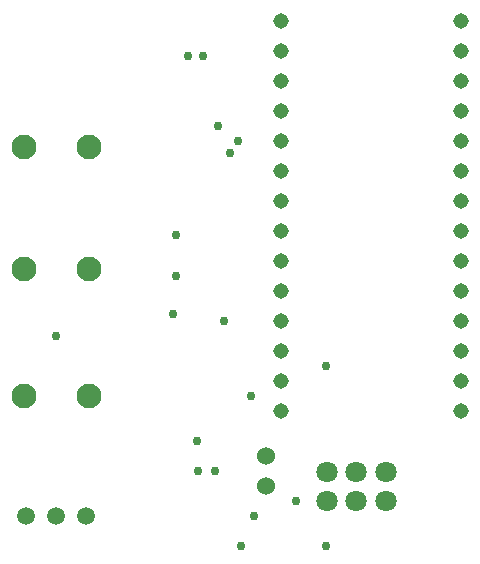
<source format=gbr>
G04 EAGLE Gerber RS-274X export*
G75*
%MOMM*%
%FSLAX34Y34*%
%LPD*%
%INEAGLE Copper Layer 2*%
%IPPOS*%
%AMOC8*
5,1,8,0,0,1.08239X$1,22.5*%
G01*
%ADD10C,1.800000*%
%ADD11C,2.100000*%
%ADD12C,1.308000*%
%ADD13C,1.508000*%
%ADD14C,1.524000*%
%ADD15C,0.756400*%


D10*
X1473200Y0D03*
X1473200Y25000D03*
X1498200Y25000D03*
X1498200Y0D03*
X1448200Y0D03*
X1448200Y25000D03*
D11*
X1191700Y88900D03*
X1246700Y88900D03*
X1191700Y299720D03*
X1246700Y299720D03*
D12*
X1562100Y381000D03*
X1562100Y76200D03*
X1562100Y101600D03*
X1562100Y127000D03*
X1562100Y152400D03*
X1562100Y177800D03*
X1562100Y203200D03*
X1562100Y228600D03*
X1562100Y254000D03*
X1562100Y279400D03*
X1562100Y304800D03*
X1409700Y76200D03*
X1409700Y101600D03*
X1409700Y254000D03*
X1409700Y279400D03*
X1409700Y304800D03*
X1409700Y330200D03*
X1409700Y406400D03*
X1562100Y406400D03*
X1562100Y355600D03*
X1562100Y330200D03*
X1409700Y381000D03*
X1409700Y355600D03*
X1409700Y127000D03*
X1409700Y228600D03*
X1409700Y203200D03*
X1409700Y177800D03*
X1409700Y152400D03*
D13*
X1193800Y-12700D03*
X1219200Y-12700D03*
X1244600Y-12700D03*
D11*
X1191700Y196850D03*
X1246700Y196850D03*
D14*
X1397000Y12700D03*
X1397000Y38100D03*
D15*
X1447800Y-38100D03*
X1375763Y-38100D03*
X1330960Y377190D03*
X1386840Y-12700D03*
X1343660Y376837D03*
X1447800Y114300D03*
X1422400Y0D03*
X1338862Y25400D03*
X1353538Y25400D03*
X1384300Y88900D03*
X1356360Y317500D03*
X1366520Y294640D03*
X1373152Y304800D03*
X1320800Y225425D03*
X1317625Y158750D03*
X1338580Y50800D03*
X1219200Y139700D03*
X1320800Y190500D03*
X1361440Y152400D03*
M02*

</source>
